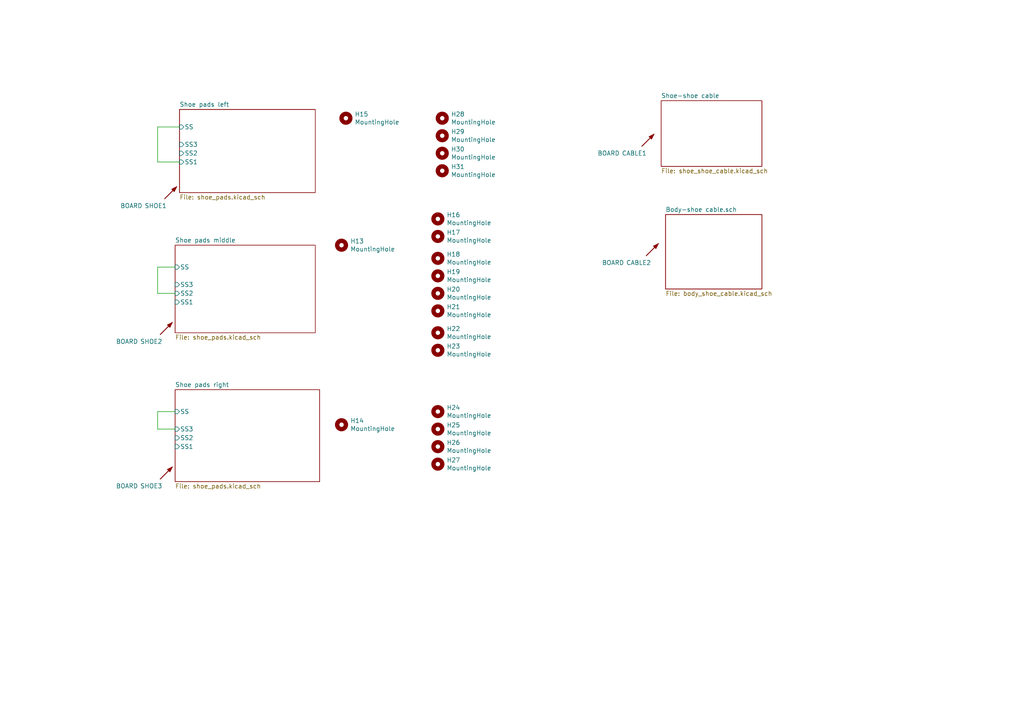
<source format=kicad_sch>
(kicad_sch (version 20211123) (generator eeschema)
  (paper "A4")
  (lib_symbols
    (symbol "Graphic:SYM_Arrow45_Normal" (pin_names (offset 1.016))
      (symbol "SYM_Arrow45_Normal_0_1"
        (polyline (pts (xy 1.524 -1.524) (xy -1.778 1.778)) (stroke (width 0.254)))
        (polyline (pts (xy 1.778 -1.778) (xy 0.254 -1.016) (xy 1.016 -0.254) (xy 1.778 -1.778)) (fill (type outline)))
      )
    )
    (symbol "Mechanical:MountingHole" (pin_names (offset 1.016))
      (property "Reference" "H" (at 0 5.08 0))
      (property "Value" "Mechanical_MountingHole" (at 0 3.175 0))
      (symbol "MountingHole_0_1"
        (circle (center 0 0) (radius 1.27) (stroke (width 1.27)))
      )
    )
  )
  (wire (pts (xy 45.72 119.38) (xy 50.8 119.38)))
  (wire (pts (xy 50.8 124.46) (xy 45.72 124.46)))
  (wire (pts (xy 45.72 124.46) (xy 45.72 119.38)))
  (wire (pts (xy 45.72 77.47) (xy 50.8 77.47)))
  (wire (pts (xy 50.8 85.09) (xy 45.72 85.09)))
  (wire (pts (xy 52.07 46.99) (xy 45.72 46.99)))
  (wire (pts (xy 45.72 36.83) (xy 52.07 36.83)))
  (wire (pts (xy 45.72 46.99) (xy 45.72 36.83)))
  (wire (pts (xy 45.72 85.09) (xy 45.72 77.47)))
  (symbol (lib_id "Mechanical:MountingHole") (at 100.33 34.29 0) (unit 1)
    (property "Reference" "H15" (at 102.87 33.1216 0) (effects (justify left)))
    (property "Value" "MountingHole" (at 102.87 35.433 0) (effects (justify left)))
    (property "Footprint" "rofi:RoFICoM-MountingHolesThreaded" (effects hide))
    (property "JLCPCB_IGNORE" "YES" (effects hide))
  )
  (symbol (lib_id "Mechanical:MountingHole") (at 99.06 71.12 0) (unit 1)
    (property "Reference" "H13" (at 101.6 69.9516 0) (effects (justify left)))
    (property "Value" "MountingHole" (at 101.6 72.263 0) (effects (justify left)))
    (property "Footprint" "rofi:RoFICoM-MountingHolesThreaded" (effects hide))
    (property "JLCPCB_IGNORE" "YES" (effects hide))
  )
  (symbol (lib_id "Mechanical:MountingHole") (at 99.06 123.19 0) (unit 1)
    (property "Reference" "H14" (at 101.6 122.0216 0) (effects (justify left)))
    (property "Value" "MountingHole" (at 101.6 124.333 0) (effects (justify left)))
    (property "Footprint" "rofi:RoFICoM-MountingHolesThreaded" (effects hide))
    (property "JLCPCB_IGNORE" "YES" (effects hide))
  )
  (symbol (lib_id "Mechanical:MountingHole") (at 128.27 34.29 0) (unit 1)
    (property "Reference" "H28" (at 130.81 33.1216 0) (effects (justify left)))
    (property "Value" "MountingHole" (at 130.81 35.433 0) (effects (justify left)))
    (property "Footprint" "rofi:ThreadedHole-M2" (effects hide))
    (property "JLCPCB_IGNORE" "YES" (effects hide))
  )
  (symbol (lib_id "Mechanical:MountingHole") (at 128.27 39.37 0) (unit 1)
    (property "Reference" "H29" (at 130.81 38.2016 0) (effects (justify left)))
    (property "Value" "MountingHole" (at 130.81 40.513 0) (effects (justify left)))
    (property "Footprint" "rofi:ThreadedHole-M2" (effects hide))
    (property "JLCPCB_IGNORE" "YES" (effects hide))
  )
  (symbol (lib_id "Mechanical:MountingHole") (at 127 63.5 0) (unit 1)
    (property "Reference" "H16" (at 129.54 62.3316 0) (effects (justify left)))
    (property "Value" "MountingHole" (at 129.54 64.643 0) (effects (justify left)))
    (property "Footprint" "rofi:ThreadedHole-M2" (effects hide))
    (property "JLCPCB_IGNORE" "YES" (effects hide))
  )
  (symbol (lib_id "Mechanical:MountingHole") (at 127 68.58 0) (unit 1)
    (property "Reference" "H17" (at 129.54 67.4116 0) (effects (justify left)))
    (property "Value" "MountingHole" (at 129.54 69.723 0) (effects (justify left)))
    (property "Footprint" "rofi:ThreadedHole-M2" (effects hide))
    (property "JLCPCB_IGNORE" "YES" (effects hide))
  )
  (symbol (lib_id "Mechanical:MountingHole") (at 127 74.93 0) (unit 1)
    (property "Reference" "H18" (at 129.54 73.7616 0) (effects (justify left)))
    (property "Value" "MountingHole" (at 129.54 76.073 0) (effects (justify left)))
    (property "Footprint" "rofi:ThreadedHole-M2" (effects hide))
    (property "JLCPCB_IGNORE" "YES" (effects hide))
  )
  (symbol (lib_id "Mechanical:MountingHole") (at 127 80.01 0) (unit 1)
    (property "Reference" "H19" (at 129.54 78.8416 0) (effects (justify left)))
    (property "Value" "MountingHole" (at 129.54 81.153 0) (effects (justify left)))
    (property "Footprint" "rofi:ThreadedHole-M2" (effects hide))
    (property "JLCPCB_IGNORE" "YES" (effects hide))
  )
  (symbol (lib_id "Mechanical:MountingHole") (at 127 119.38 0) (unit 1)
    (property "Reference" "H24" (at 129.54 118.2116 0) (effects (justify left)))
    (property "Value" "MountingHole" (at 129.54 120.523 0) (effects (justify left)))
    (property "Footprint" "rofi:ThreadedHole-M2" (effects hide))
    (property "JLCPCB_IGNORE" "YES" (effects hide))
  )
  (symbol (lib_id "Mechanical:MountingHole") (at 127 124.46 0) (unit 1)
    (property "Reference" "H25" (at 129.54 123.2916 0) (effects (justify left)))
    (property "Value" "MountingHole" (at 129.54 125.603 0) (effects (justify left)))
    (property "Footprint" "rofi:ThreadedHole-M2" (effects hide))
    (property "JLCPCB_IGNORE" "YES" (effects hide))
  )
  (symbol (lib_id "Mechanical:MountingHole") (at 128.27 44.45 0) (unit 1)
    (property "Reference" "H30" (at 130.81 43.2816 0) (effects (justify left)))
    (property "Value" "MountingHole" (at 130.81 45.593 0) (effects (justify left)))
    (property "Footprint" "rofi:ThreadedHole-M2" (effects hide))
    (property "JLCPCB_IGNORE" "YES" (effects hide))
  )
  (symbol (lib_id "Mechanical:MountingHole") (at 128.27 49.53 0) (unit 1)
    (property "Reference" "H31" (at 130.81 48.3616 0) (effects (justify left)))
    (property "Value" "MountingHole" (at 130.81 50.673 0) (effects (justify left)))
    (property "Footprint" "rofi:ThreadedHole-M2" (effects hide))
    (property "JLCPCB_IGNORE" "YES" (effects hide))
  )
  (symbol (lib_id "Mechanical:MountingHole") (at 127 85.09 0) (unit 1)
    (property "Reference" "H20" (at 129.54 83.9216 0) (effects (justify left)))
    (property "Value" "MountingHole" (at 129.54 86.233 0) (effects (justify left)))
    (property "Footprint" "rofi:ThreadedHole-M2" (effects hide))
    (property "JLCPCB_IGNORE" "YES" (effects hide))
  )
  (symbol (lib_id "Mechanical:MountingHole") (at 127 90.17 0) (unit 1)
    (property "Reference" "H21" (at 129.54 89.0016 0) (effects (justify left)))
    (property "Value" "MountingHole" (at 129.54 91.313 0) (effects (justify left)))
    (property "Footprint" "rofi:ThreadedHole-M2" (effects hide))
    (property "JLCPCB_IGNORE" "YES" (effects hide))
  )
  (symbol (lib_id "Mechanical:MountingHole") (at 127 96.52 0) (unit 1)
    (property "Reference" "H22" (at 129.54 95.3516 0) (effects (justify left)))
    (property "Value" "MountingHole" (at 129.54 97.663 0) (effects (justify left)))
    (property "Footprint" "rofi:ThreadedHole-M2" (effects hide))
    (property "JLCPCB_IGNORE" "YES" (effects hide))
  )
  (symbol (lib_id "Mechanical:MountingHole") (at 127 101.6 0) (unit 1)
    (property "Reference" "H23" (at 129.54 100.4316 0) (effects (justify left)))
    (property "Value" "MountingHole" (at 129.54 102.743 0) (effects (justify left)))
    (property "Footprint" "rofi:ThreadedHole-M2" (effects hide))
    (property "JLCPCB_IGNORE" "YES" (effects hide))
  )
  (symbol (lib_id "Mechanical:MountingHole") (at 127 129.54 0) (unit 1)
    (property "Reference" "H26" (at 129.54 128.3716 0) (effects (justify left)))
    (property "Value" "MountingHole" (at 129.54 130.683 0) (effects (justify left)))
    (property "Footprint" "rofi:ThreadedHole-M2" (effects hide))
    (property "JLCPCB_IGNORE" "YES" (effects hide))
  )
  (symbol (lib_id "Mechanical:MountingHole") (at 127 134.62 0) (unit 1)
    (property "Reference" "H27" (at 129.54 133.4516 0) (effects (justify left)))
    (property "Value" "MountingHole" (at 129.54 135.763 0) (effects (justify left)))
    (property "Footprint" "rofi:ThreadedHole-M2" (effects hide))
    (property "JLCPCB_IGNORE" "YES" (effects hide))
  )
  (symbol (lib_id "Graphic:SYM_Arrow45_Normal") (at 187.96 40.64 0) (mirror x) (unit 1)
    (property "Reference" "CABLE1" (at 180.34 44.45 0) (effects (justify left)))
    (property "Value" "BOARD" (at 176.53 44.45 0))
    (property "Footprint" "kikit:Board" (effects hide))
    (property "JLCPCB_IGNORE" "YES" (effects hide))
  )
  (symbol (lib_id "Graphic:SYM_Arrow45_Normal") (at 189.23 72.39 0) (mirror x) (unit 1)
    (property "Reference" "CABLE2" (at 181.61 76.2 0) (effects (justify left)))
    (property "Value" "BOARD" (at 177.8 76.2 0))
    (property "Footprint" "kikit:Board" (effects hide))
    (property "JLCPCB_IGNORE" "YES" (effects hide))
  )
  (symbol (lib_id "Graphic:SYM_Arrow45_Normal") (at 49.53 55.88 0) (mirror x) (unit 1)
    (property "Reference" "SHOE1" (at 41.91 59.69 0) (effects (justify left)))
    (property "Value" "BOARD" (at 38.1 59.69 0))
    (property "Footprint" "kikit:Board" (effects hide))
    (property "JLCPCB_IGNORE" "YES" (effects hide))
  )
  (symbol (lib_id "Graphic:SYM_Arrow45_Normal") (at 48.26 95.25 0) (mirror x) (unit 1)
    (property "Reference" "SHOE2" (at 40.64 99.06 0) (effects (justify left)))
    (property "Value" "BOARD" (at 36.83 99.06 0))
    (property "Footprint" "kikit:Board" (effects hide))
    (property "JLCPCB_IGNORE" "YES" (effects hide))
  )
  (symbol (lib_id "Graphic:SYM_Arrow45_Normal") (at 48.26 137.16 0) (mirror x) (unit 1)
    (property "Reference" "SHOE3" (at 40.64 140.97 0) (effects (justify left)))
    (property "Value" "BOARD" (at 36.83 140.97 0))
    (property "Footprint" "kikit:Board" (effects hide))
    (property "JLCPCB_IGNORE" "YES" (effects hide))
  )
  (sheet (at 52.07 31.75) (size 39.37 24.13)
    (property "Sheet name" "Shoe pads left" (at 52.07 31.0384 0) (effects (justify left bottom)))
    (property "Sheet file" "shoe_pads.kicad_sch" (at 52.07 56.4646 0) (effects (justify left top)))
    (pin "SS" input (at 52.07 36.83 180))
    (pin "SS3" input (at 52.07 41.91 180))
    (pin "SS2" input (at 52.07 44.45 180))
    (pin "SS1" input (at 52.07 46.99 180))
  )
  (sheet (at 50.8 71.12) (size 40.64 25.4)
    (property "Sheet name" "Shoe pads middle" (at 50.8 70.4084 0) (effects (justify left bottom)))
    (property "Sheet file" "shoe_pads.kicad_sch" (at 50.8 97.1046 0) (effects (justify left top)))
    (pin "SS" input (at 50.8 77.47 180))
    (pin "SS3" input (at 50.8 82.55 180))
    (pin "SS2" input (at 50.8 85.09 180))
    (pin "SS1" input (at 50.8 87.63 180))
  )
  (sheet (at 50.8 113.03) (size 41.91 26.67)
    (property "Sheet name" "Shoe pads right" (at 50.8 112.3184 0) (effects (justify left bottom)))
    (property "Sheet file" "shoe_pads.kicad_sch" (at 50.8 140.2846 0) (effects (justify left top)))
    (pin "SS" input (at 50.8 119.38 180))
    (pin "SS3" input (at 50.8 124.46 180))
    (pin "SS2" input (at 50.8 127 180))
    (pin "SS1" input (at 50.8 129.54 180))
  )
  (sheet (at 191.77 29.21) (size 29.21 19.05)
    (property "Sheet name" "Shoe-shoe cable" (at 191.77 28.4984 0) (effects (justify left bottom)))
    (property "Sheet file" "shoe_shoe_cable.kicad_sch" (at 191.77 48.8446 0) (effects (justify left top)))
  )
  (sheet (at 193.04 62.23) (size 27.94 21.59)
    (property "Sheet name" "Body-shoe cable.sch" (at 193.04 61.5184 0) (effects (justify left bottom)))
    (property "Sheet file" "body_shoe_cable.kicad_sch" (at 193.04 84.4046 0) (effects (justify left top)))
  )
)
</source>
